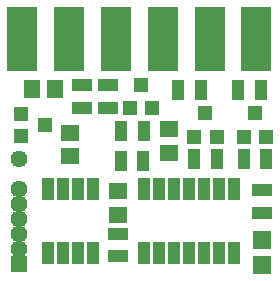
<source format=gts>
G04 #@! TF.FileFunction,Soldermask,Top*
%FSLAX46Y46*%
G04 Gerber Fmt 4.6, Leading zero omitted, Abs format (unit mm)*
G04 Created by KiCad (PCBNEW 4.0.5) date 11/08/17 14:45:23*
%MOMM*%
%LPD*%
G01*
G04 APERTURE LIST*
%ADD10C,0.100000*%
%ADD11R,1.700000X1.100000*%
%ADD12R,1.650000X1.400000*%
%ADD13R,1.000000X1.900000*%
%ADD14R,1.000000X1.950000*%
%ADD15R,1.400000X1.650000*%
%ADD16R,1.200100X1.200100*%
%ADD17R,1.100000X1.700000*%
%ADD18R,1.441400X1.441400*%
%ADD19C,1.441400*%
%ADD20R,2.650000X5.400000*%
%ADD21R,1.598880X1.598880*%
G04 APERTURE END LIST*
D10*
D11*
X183515000Y-61148000D03*
X183515000Y-59248000D03*
D12*
X187833000Y-50419000D03*
X187833000Y-52419000D03*
D13*
X193294000Y-55466000D03*
X192024000Y-55466000D03*
X190754000Y-55466000D03*
X189484000Y-55466000D03*
X188214000Y-55466000D03*
X186944000Y-55466000D03*
X185674000Y-55466000D03*
X185674000Y-60866000D03*
X186944000Y-60866000D03*
X188214000Y-60866000D03*
X189484000Y-60866000D03*
X190754000Y-60866000D03*
X192024000Y-60866000D03*
X193294000Y-60866000D03*
D14*
X177546000Y-60866000D03*
X178816000Y-60866000D03*
X180086000Y-60866000D03*
X181356000Y-60866000D03*
X181356000Y-55466000D03*
X180086000Y-55466000D03*
X178816000Y-55466000D03*
X177546000Y-55466000D03*
D15*
X178165000Y-46990000D03*
X176165000Y-46990000D03*
D12*
X179451000Y-52689000D03*
X179451000Y-50689000D03*
X183515000Y-55642000D03*
X183515000Y-57642000D03*
D16*
X184470000Y-48625760D03*
X186370000Y-48625760D03*
X185420000Y-46626780D03*
X194122000Y-51038760D03*
X196022000Y-51038760D03*
X195072000Y-49039780D03*
X189931000Y-51038760D03*
X191831000Y-51038760D03*
X190881000Y-49039780D03*
D11*
X182626000Y-46675000D03*
X182626000Y-48575000D03*
X180467000Y-46675000D03*
X180467000Y-48575000D03*
D17*
X183774000Y-50546000D03*
X185674000Y-50546000D03*
X188595000Y-47117000D03*
X190495000Y-47117000D03*
X194122000Y-52959000D03*
X196022000Y-52959000D03*
X193675000Y-47117000D03*
X195575000Y-47117000D03*
X191831000Y-52959000D03*
X189931000Y-52959000D03*
D11*
X195707000Y-57465000D03*
X195707000Y-55565000D03*
D16*
X175275240Y-49088000D03*
X175275240Y-50988000D03*
X177274220Y-50038000D03*
D18*
X175133000Y-61849000D03*
D19*
X175133000Y-60579000D03*
X175133000Y-59309000D03*
X175133000Y-58039000D03*
X175133000Y-56769000D03*
X175133000Y-55499000D03*
X175133000Y-52959000D03*
D17*
X183708000Y-53086000D03*
X185608000Y-53086000D03*
D20*
X175387000Y-42746000D03*
X179349400Y-42746000D03*
X183311800Y-42746000D03*
X187274200Y-42746000D03*
X191236600Y-42746000D03*
X195199000Y-42746000D03*
D21*
X195707000Y-61882020D03*
X195707000Y-59783980D03*
M02*

</source>
